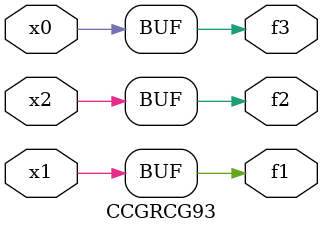
<source format=v>
module CCGRCG93(
	input x0, x1, x2,
	output f1, f2, f3
);
	assign f1 = x1;
	assign f2 = x2;
	assign f3 = x0;
endmodule

</source>
